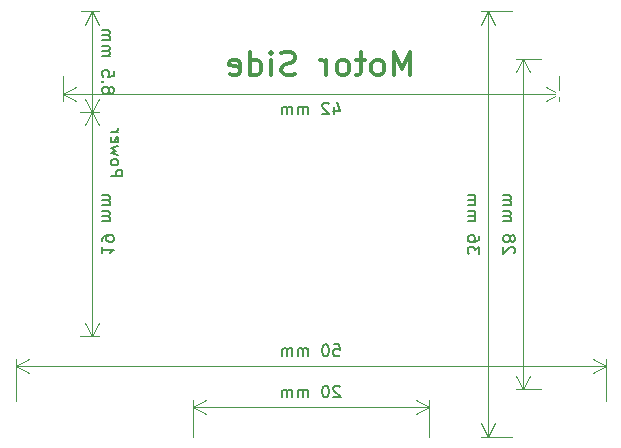
<source format=gbo>
G04 #@! TF.GenerationSoftware,KiCad,Pcbnew,(5.1.9)-1*
G04 #@! TF.CreationDate,2021-08-06T09:53:28+02:00*
G04 #@! TF.ProjectId,Driver,44726976-6572-42e6-9b69-6361645f7063,rev?*
G04 #@! TF.SameCoordinates,Original*
G04 #@! TF.FileFunction,Legend,Bot*
G04 #@! TF.FilePolarity,Positive*
%FSLAX46Y46*%
G04 Gerber Fmt 4.6, Leading zero omitted, Abs format (unit mm)*
G04 Created by KiCad (PCBNEW (5.1.9)-1) date 2021-08-06 09:53:28*
%MOMM*%
%LPD*%
G01*
G04 APERTURE LIST*
%ADD10C,0.150000*%
%ADD11C,0.120000*%
%ADD12C,0.300000*%
%ADD13C,0.600000*%
G04 APERTURE END LIST*
D10*
X155895524Y-96037400D02*
X155895524Y-95418352D01*
X155514571Y-95751686D01*
X155514571Y-95608829D01*
X155466952Y-95513591D01*
X155419333Y-95465971D01*
X155324095Y-95418352D01*
X155086000Y-95418352D01*
X154990762Y-95465971D01*
X154943143Y-95513591D01*
X154895524Y-95608829D01*
X154895524Y-95894543D01*
X154943143Y-95989781D01*
X154990762Y-96037400D01*
X155895524Y-94561210D02*
X155895524Y-94751686D01*
X155847905Y-94846924D01*
X155800285Y-94894543D01*
X155657428Y-94989781D01*
X155466952Y-95037400D01*
X155086000Y-95037400D01*
X154990762Y-94989781D01*
X154943143Y-94942162D01*
X154895524Y-94846924D01*
X154895524Y-94656448D01*
X154943143Y-94561210D01*
X154990762Y-94513591D01*
X155086000Y-94465971D01*
X155324095Y-94465971D01*
X155419333Y-94513591D01*
X155466952Y-94561210D01*
X155514571Y-94656448D01*
X155514571Y-94846924D01*
X155466952Y-94942162D01*
X155419333Y-94989781D01*
X155324095Y-95037400D01*
X154895524Y-93275495D02*
X155562190Y-93275495D01*
X155466952Y-93275495D02*
X155514571Y-93227876D01*
X155562190Y-93132638D01*
X155562190Y-92989781D01*
X155514571Y-92894543D01*
X155419333Y-92846924D01*
X154895524Y-92846924D01*
X155419333Y-92846924D02*
X155514571Y-92799305D01*
X155562190Y-92704067D01*
X155562190Y-92561210D01*
X155514571Y-92465971D01*
X155419333Y-92418352D01*
X154895524Y-92418352D01*
X154895524Y-91942162D02*
X155562190Y-91942162D01*
X155466952Y-91942162D02*
X155514571Y-91894543D01*
X155562190Y-91799305D01*
X155562190Y-91656448D01*
X155514571Y-91561210D01*
X155419333Y-91513591D01*
X154895524Y-91513591D01*
X155419333Y-91513591D02*
X155514571Y-91465971D01*
X155562190Y-91370733D01*
X155562190Y-91227876D01*
X155514571Y-91132638D01*
X155419333Y-91085019D01*
X154895524Y-91085019D01*
D11*
X156617905Y-75513591D02*
X156617905Y-111513591D01*
X158617904Y-75513591D02*
X156031484Y-75513591D01*
X158617904Y-111513591D02*
X156031484Y-111513591D01*
X156617905Y-111513591D02*
X156031484Y-110387087D01*
X156617905Y-111513591D02*
X157204326Y-110387087D01*
X156617905Y-75513591D02*
X156031484Y-76640095D01*
X156617905Y-75513591D02*
X157204326Y-76640095D01*
D10*
X143617904Y-83569305D02*
X143617904Y-84235971D01*
X143855999Y-83188352D02*
X144094094Y-83902638D01*
X143475046Y-83902638D01*
X143141713Y-83331210D02*
X143094094Y-83283591D01*
X142998856Y-83235971D01*
X142760761Y-83235971D01*
X142665523Y-83283591D01*
X142617904Y-83331210D01*
X142570284Y-83426448D01*
X142570284Y-83521686D01*
X142617904Y-83664543D01*
X143189332Y-84235971D01*
X142570284Y-84235971D01*
X141379808Y-84235971D02*
X141379808Y-83569305D01*
X141379808Y-83664543D02*
X141332189Y-83616924D01*
X141236951Y-83569305D01*
X141094094Y-83569305D01*
X140998856Y-83616924D01*
X140951237Y-83712162D01*
X140951237Y-84235971D01*
X140951237Y-83712162D02*
X140903618Y-83616924D01*
X140808380Y-83569305D01*
X140665523Y-83569305D01*
X140570284Y-83616924D01*
X140522665Y-83712162D01*
X140522665Y-84235971D01*
X140046475Y-84235971D02*
X140046475Y-83569305D01*
X140046475Y-83664543D02*
X139998856Y-83616924D01*
X139903618Y-83569305D01*
X139760761Y-83569305D01*
X139665523Y-83616924D01*
X139617904Y-83712162D01*
X139617904Y-84235971D01*
X139617904Y-83712162D02*
X139570284Y-83616924D01*
X139475046Y-83569305D01*
X139332189Y-83569305D01*
X139236951Y-83616924D01*
X139189332Y-83712162D01*
X139189332Y-84235971D01*
D11*
X120617904Y-82513591D02*
X162617904Y-82513591D01*
X120617904Y-81013590D02*
X120617904Y-83100012D01*
X162617904Y-81013590D02*
X162617904Y-83100012D01*
X162617904Y-82513591D02*
X161491400Y-83100012D01*
X162617904Y-82513591D02*
X161491400Y-81927170D01*
X120617904Y-82513591D02*
X121744408Y-83100012D01*
X120617904Y-82513591D02*
X121744408Y-81927170D01*
D10*
X143570284Y-103695971D02*
X144046475Y-103695971D01*
X144094094Y-104172162D01*
X144046475Y-104124543D01*
X143951237Y-104076924D01*
X143713142Y-104076924D01*
X143617904Y-104124543D01*
X143570284Y-104172162D01*
X143522665Y-104267400D01*
X143522665Y-104505495D01*
X143570284Y-104600733D01*
X143617904Y-104648352D01*
X143713142Y-104695971D01*
X143951237Y-104695971D01*
X144046475Y-104648352D01*
X144094094Y-104600733D01*
X142903618Y-103695971D02*
X142808380Y-103695971D01*
X142713142Y-103743591D01*
X142665523Y-103791210D01*
X142617904Y-103886448D01*
X142570284Y-104076924D01*
X142570284Y-104315019D01*
X142617904Y-104505495D01*
X142665523Y-104600733D01*
X142713142Y-104648352D01*
X142808380Y-104695971D01*
X142903618Y-104695971D01*
X142998856Y-104648352D01*
X143046475Y-104600733D01*
X143094094Y-104505495D01*
X143141713Y-104315019D01*
X143141713Y-104076924D01*
X143094094Y-103886448D01*
X143046475Y-103791210D01*
X142998856Y-103743591D01*
X142903618Y-103695971D01*
X141379808Y-104695971D02*
X141379808Y-104029305D01*
X141379808Y-104124543D02*
X141332189Y-104076924D01*
X141236951Y-104029305D01*
X141094094Y-104029305D01*
X140998856Y-104076924D01*
X140951237Y-104172162D01*
X140951237Y-104695971D01*
X140951237Y-104172162D02*
X140903618Y-104076924D01*
X140808380Y-104029305D01*
X140665523Y-104029305D01*
X140570284Y-104076924D01*
X140522665Y-104172162D01*
X140522665Y-104695971D01*
X140046475Y-104695971D02*
X140046475Y-104029305D01*
X140046475Y-104124543D02*
X139998856Y-104076924D01*
X139903618Y-104029305D01*
X139760761Y-104029305D01*
X139665523Y-104076924D01*
X139617904Y-104172162D01*
X139617904Y-104695971D01*
X139617904Y-104172162D02*
X139570284Y-104076924D01*
X139475046Y-104029305D01*
X139332189Y-104029305D01*
X139236951Y-104076924D01*
X139189332Y-104172162D01*
X139189332Y-104695971D01*
D11*
X116617904Y-105513591D02*
X166617904Y-105513591D01*
X116617904Y-108513591D02*
X116617904Y-104927170D01*
X166617904Y-108513591D02*
X166617904Y-104927170D01*
X166617904Y-105513591D02*
X165491400Y-106100012D01*
X166617904Y-105513591D02*
X165491400Y-104927170D01*
X116617904Y-105513591D02*
X117744408Y-106100012D01*
X116617904Y-105513591D02*
X117744408Y-104927170D01*
D10*
X144094094Y-107291210D02*
X144046475Y-107243591D01*
X143951237Y-107195971D01*
X143713142Y-107195971D01*
X143617904Y-107243591D01*
X143570284Y-107291210D01*
X143522665Y-107386448D01*
X143522665Y-107481686D01*
X143570284Y-107624543D01*
X144141713Y-108195971D01*
X143522665Y-108195971D01*
X142903618Y-107195971D02*
X142808380Y-107195971D01*
X142713142Y-107243591D01*
X142665523Y-107291210D01*
X142617904Y-107386448D01*
X142570284Y-107576924D01*
X142570284Y-107815019D01*
X142617904Y-108005495D01*
X142665523Y-108100733D01*
X142713142Y-108148352D01*
X142808380Y-108195971D01*
X142903618Y-108195971D01*
X142998856Y-108148352D01*
X143046475Y-108100733D01*
X143094094Y-108005495D01*
X143141713Y-107815019D01*
X143141713Y-107576924D01*
X143094094Y-107386448D01*
X143046475Y-107291210D01*
X142998856Y-107243591D01*
X142903618Y-107195971D01*
X141379808Y-108195971D02*
X141379808Y-107529305D01*
X141379808Y-107624543D02*
X141332189Y-107576924D01*
X141236951Y-107529305D01*
X141094094Y-107529305D01*
X140998856Y-107576924D01*
X140951237Y-107672162D01*
X140951237Y-108195971D01*
X140951237Y-107672162D02*
X140903618Y-107576924D01*
X140808380Y-107529305D01*
X140665523Y-107529305D01*
X140570284Y-107576924D01*
X140522665Y-107672162D01*
X140522665Y-108195971D01*
X140046475Y-108195971D02*
X140046475Y-107529305D01*
X140046475Y-107624543D02*
X139998856Y-107576924D01*
X139903618Y-107529305D01*
X139760761Y-107529305D01*
X139665523Y-107576924D01*
X139617904Y-107672162D01*
X139617904Y-108195971D01*
X139617904Y-107672162D02*
X139570284Y-107576924D01*
X139475046Y-107529305D01*
X139332189Y-107529305D01*
X139236951Y-107576924D01*
X139189332Y-107672162D01*
X139189332Y-108195971D01*
D11*
X131617904Y-109013591D02*
X151617904Y-109013591D01*
X131617904Y-111513591D02*
X131617904Y-108427170D01*
X151617904Y-111513591D02*
X151617904Y-108427170D01*
X151617904Y-109013591D02*
X150491400Y-109600012D01*
X151617904Y-109013591D02*
X150491400Y-108427170D01*
X131617904Y-109013591D02*
X132744408Y-109600012D01*
X131617904Y-109013591D02*
X132744408Y-108427170D01*
D10*
X124665523Y-89489781D02*
X125665523Y-89489781D01*
X125665523Y-89108829D01*
X125617904Y-89013591D01*
X125570284Y-88965971D01*
X125475046Y-88918352D01*
X125332189Y-88918352D01*
X125236951Y-88965971D01*
X125189332Y-89013591D01*
X125141713Y-89108829D01*
X125141713Y-89489781D01*
X124665523Y-88346924D02*
X124713142Y-88442162D01*
X124760761Y-88489781D01*
X124855999Y-88537400D01*
X125141713Y-88537400D01*
X125236951Y-88489781D01*
X125284570Y-88442162D01*
X125332189Y-88346924D01*
X125332189Y-88204067D01*
X125284570Y-88108829D01*
X125236951Y-88061210D01*
X125141713Y-88013591D01*
X124855999Y-88013591D01*
X124760761Y-88061210D01*
X124713142Y-88108829D01*
X124665523Y-88204067D01*
X124665523Y-88346924D01*
X125332189Y-87680257D02*
X124665523Y-87489781D01*
X125141713Y-87299305D01*
X124665523Y-87108829D01*
X125332189Y-86918352D01*
X124713142Y-86156448D02*
X124665523Y-86251686D01*
X124665523Y-86442162D01*
X124713142Y-86537400D01*
X124808380Y-86585019D01*
X125189332Y-86585019D01*
X125284570Y-86537400D01*
X125332189Y-86442162D01*
X125332189Y-86251686D01*
X125284570Y-86156448D01*
X125189332Y-86108829D01*
X125094094Y-86108829D01*
X124998856Y-86585019D01*
X124665523Y-85680257D02*
X125332189Y-85680257D01*
X125141713Y-85680257D02*
X125236951Y-85632638D01*
X125284570Y-85585019D01*
X125332189Y-85489781D01*
X125332189Y-85394543D01*
X124506951Y-82287400D02*
X124554570Y-82382638D01*
X124602189Y-82430257D01*
X124697427Y-82477876D01*
X124745046Y-82477876D01*
X124840284Y-82430257D01*
X124887904Y-82382638D01*
X124935523Y-82287400D01*
X124935523Y-82096924D01*
X124887904Y-82001686D01*
X124840284Y-81954067D01*
X124745046Y-81906448D01*
X124697427Y-81906448D01*
X124602189Y-81954067D01*
X124554570Y-82001686D01*
X124506951Y-82096924D01*
X124506951Y-82287400D01*
X124459332Y-82382638D01*
X124411713Y-82430257D01*
X124316475Y-82477876D01*
X124125999Y-82477876D01*
X124030761Y-82430257D01*
X123983142Y-82382638D01*
X123935523Y-82287400D01*
X123935523Y-82096924D01*
X123983142Y-82001686D01*
X124030761Y-81954067D01*
X124125999Y-81906448D01*
X124316475Y-81906448D01*
X124411713Y-81954067D01*
X124459332Y-82001686D01*
X124506951Y-82096924D01*
X124030761Y-81477876D02*
X123983142Y-81430257D01*
X123935523Y-81477876D01*
X123983142Y-81525495D01*
X124030761Y-81477876D01*
X123935523Y-81477876D01*
X124935523Y-80525495D02*
X124935523Y-81001686D01*
X124459332Y-81049305D01*
X124506951Y-81001686D01*
X124554570Y-80906448D01*
X124554570Y-80668352D01*
X124506951Y-80573114D01*
X124459332Y-80525495D01*
X124364094Y-80477876D01*
X124125999Y-80477876D01*
X124030761Y-80525495D01*
X123983142Y-80573114D01*
X123935523Y-80668352D01*
X123935523Y-80906448D01*
X123983142Y-81001686D01*
X124030761Y-81049305D01*
X123935523Y-79287400D02*
X124602189Y-79287400D01*
X124506951Y-79287400D02*
X124554570Y-79239781D01*
X124602189Y-79144543D01*
X124602189Y-79001686D01*
X124554570Y-78906448D01*
X124459332Y-78858829D01*
X123935523Y-78858829D01*
X124459332Y-78858829D02*
X124554570Y-78811210D01*
X124602189Y-78715971D01*
X124602189Y-78573114D01*
X124554570Y-78477876D01*
X124459332Y-78430257D01*
X123935523Y-78430257D01*
X123935523Y-77954067D02*
X124602189Y-77954067D01*
X124506951Y-77954067D02*
X124554570Y-77906448D01*
X124602189Y-77811210D01*
X124602189Y-77668352D01*
X124554570Y-77573114D01*
X124459332Y-77525495D01*
X123935523Y-77525495D01*
X124459332Y-77525495D02*
X124554570Y-77477876D01*
X124602189Y-77382638D01*
X124602189Y-77239781D01*
X124554570Y-77144543D01*
X124459332Y-77096924D01*
X123935523Y-77096924D01*
D11*
X123117904Y-75513591D02*
X123117904Y-84013591D01*
X122157904Y-75513591D02*
X123704325Y-75513591D01*
X122157904Y-84013591D02*
X123704325Y-84013591D01*
X123117904Y-84013591D02*
X122531483Y-82887087D01*
X123117904Y-84013591D02*
X123704325Y-82887087D01*
X123117904Y-75513591D02*
X122531483Y-76640095D01*
X123117904Y-75513591D02*
X123704325Y-76640095D01*
D10*
X158800285Y-95989781D02*
X158847905Y-95942162D01*
X158895524Y-95846924D01*
X158895524Y-95608829D01*
X158847905Y-95513591D01*
X158800285Y-95465971D01*
X158705047Y-95418352D01*
X158609809Y-95418352D01*
X158466952Y-95465971D01*
X157895524Y-96037400D01*
X157895524Y-95418352D01*
X158466952Y-94846924D02*
X158514571Y-94942162D01*
X158562190Y-94989781D01*
X158657428Y-95037400D01*
X158705047Y-95037400D01*
X158800285Y-94989781D01*
X158847905Y-94942162D01*
X158895524Y-94846924D01*
X158895524Y-94656448D01*
X158847905Y-94561210D01*
X158800285Y-94513591D01*
X158705047Y-94465971D01*
X158657428Y-94465971D01*
X158562190Y-94513591D01*
X158514571Y-94561210D01*
X158466952Y-94656448D01*
X158466952Y-94846924D01*
X158419333Y-94942162D01*
X158371714Y-94989781D01*
X158276476Y-95037400D01*
X158086000Y-95037400D01*
X157990762Y-94989781D01*
X157943143Y-94942162D01*
X157895524Y-94846924D01*
X157895524Y-94656448D01*
X157943143Y-94561210D01*
X157990762Y-94513591D01*
X158086000Y-94465971D01*
X158276476Y-94465971D01*
X158371714Y-94513591D01*
X158419333Y-94561210D01*
X158466952Y-94656448D01*
X157895524Y-93275495D02*
X158562190Y-93275495D01*
X158466952Y-93275495D02*
X158514571Y-93227876D01*
X158562190Y-93132638D01*
X158562190Y-92989781D01*
X158514571Y-92894543D01*
X158419333Y-92846924D01*
X157895524Y-92846924D01*
X158419333Y-92846924D02*
X158514571Y-92799305D01*
X158562190Y-92704067D01*
X158562190Y-92561210D01*
X158514571Y-92465971D01*
X158419333Y-92418352D01*
X157895524Y-92418352D01*
X157895524Y-91942162D02*
X158562190Y-91942162D01*
X158466952Y-91942162D02*
X158514571Y-91894543D01*
X158562190Y-91799305D01*
X158562190Y-91656448D01*
X158514571Y-91561210D01*
X158419333Y-91513591D01*
X157895524Y-91513591D01*
X158419333Y-91513591D02*
X158514571Y-91465971D01*
X158562190Y-91370733D01*
X158562190Y-91227876D01*
X158514571Y-91132638D01*
X158419333Y-91085019D01*
X157895524Y-91085019D01*
D11*
X159617905Y-79513591D02*
X159617905Y-107513591D01*
X161117905Y-79513591D02*
X159031484Y-79513591D01*
X161117905Y-107513591D02*
X159031484Y-107513591D01*
X159617905Y-107513591D02*
X159031484Y-106387087D01*
X159617905Y-107513591D02*
X160204326Y-106387087D01*
X159617905Y-79513591D02*
X159031484Y-80640095D01*
X159617905Y-79513591D02*
X160204326Y-80640095D01*
D10*
X123935523Y-95418352D02*
X123935523Y-95989781D01*
X123935523Y-95704067D02*
X124935523Y-95704067D01*
X124792665Y-95799305D01*
X124697427Y-95894543D01*
X124649808Y-95989781D01*
X123935523Y-94942162D02*
X123935523Y-94751686D01*
X123983142Y-94656448D01*
X124030761Y-94608829D01*
X124173618Y-94513591D01*
X124364094Y-94465971D01*
X124745046Y-94465971D01*
X124840284Y-94513591D01*
X124887904Y-94561210D01*
X124935523Y-94656448D01*
X124935523Y-94846924D01*
X124887904Y-94942162D01*
X124840284Y-94989781D01*
X124745046Y-95037400D01*
X124506951Y-95037400D01*
X124411713Y-94989781D01*
X124364094Y-94942162D01*
X124316475Y-94846924D01*
X124316475Y-94656448D01*
X124364094Y-94561210D01*
X124411713Y-94513591D01*
X124506951Y-94465971D01*
X123935523Y-93275495D02*
X124602189Y-93275495D01*
X124506951Y-93275495D02*
X124554570Y-93227876D01*
X124602189Y-93132638D01*
X124602189Y-92989781D01*
X124554570Y-92894543D01*
X124459332Y-92846924D01*
X123935523Y-92846924D01*
X124459332Y-92846924D02*
X124554570Y-92799305D01*
X124602189Y-92704067D01*
X124602189Y-92561210D01*
X124554570Y-92465971D01*
X124459332Y-92418352D01*
X123935523Y-92418352D01*
X123935523Y-91942162D02*
X124602189Y-91942162D01*
X124506951Y-91942162D02*
X124554570Y-91894543D01*
X124602189Y-91799305D01*
X124602189Y-91656448D01*
X124554570Y-91561210D01*
X124459332Y-91513591D01*
X123935523Y-91513591D01*
X124459332Y-91513591D02*
X124554570Y-91465971D01*
X124602189Y-91370733D01*
X124602189Y-91227876D01*
X124554570Y-91132638D01*
X124459332Y-91085019D01*
X123935523Y-91085019D01*
D11*
X123117904Y-84013591D02*
X123117904Y-103013591D01*
X122117904Y-84013591D02*
X123704325Y-84013591D01*
X122117904Y-103013591D02*
X123704325Y-103013591D01*
X123117904Y-103013591D02*
X122531483Y-101887087D01*
X123117904Y-103013591D02*
X123704325Y-101887087D01*
X123117904Y-84013591D02*
X122531483Y-85140095D01*
X123117904Y-84013591D02*
X123704325Y-85140095D01*
D12*
X149986951Y-80918352D02*
X149986951Y-78918352D01*
X149320284Y-80346924D01*
X148653618Y-78918352D01*
X148653618Y-80918352D01*
X147415523Y-80918352D02*
X147605999Y-80823114D01*
X147701237Y-80727876D01*
X147796475Y-80537400D01*
X147796475Y-79965971D01*
X147701237Y-79775495D01*
X147605999Y-79680257D01*
X147415523Y-79585019D01*
X147129808Y-79585019D01*
X146939332Y-79680257D01*
X146844094Y-79775495D01*
X146748856Y-79965971D01*
X146748856Y-80537400D01*
X146844094Y-80727876D01*
X146939332Y-80823114D01*
X147129808Y-80918352D01*
X147415523Y-80918352D01*
X146177427Y-79585019D02*
X145415523Y-79585019D01*
X145891713Y-78918352D02*
X145891713Y-80632638D01*
X145796475Y-80823114D01*
X145605999Y-80918352D01*
X145415523Y-80918352D01*
X144463142Y-80918352D02*
X144653618Y-80823114D01*
X144748856Y-80727876D01*
X144844094Y-80537400D01*
X144844094Y-79965971D01*
X144748856Y-79775495D01*
X144653618Y-79680257D01*
X144463142Y-79585019D01*
X144177427Y-79585019D01*
X143986951Y-79680257D01*
X143891713Y-79775495D01*
X143796475Y-79965971D01*
X143796475Y-80537400D01*
X143891713Y-80727876D01*
X143986951Y-80823114D01*
X144177427Y-80918352D01*
X144463142Y-80918352D01*
X142939332Y-80918352D02*
X142939332Y-79585019D01*
X142939332Y-79965971D02*
X142844094Y-79775495D01*
X142748856Y-79680257D01*
X142558380Y-79585019D01*
X142367904Y-79585019D01*
X140272665Y-80823114D02*
X139986951Y-80918352D01*
X139510761Y-80918352D01*
X139320284Y-80823114D01*
X139225046Y-80727876D01*
X139129808Y-80537400D01*
X139129808Y-80346924D01*
X139225046Y-80156448D01*
X139320284Y-80061210D01*
X139510761Y-79965971D01*
X139891713Y-79870733D01*
X140082189Y-79775495D01*
X140177427Y-79680257D01*
X140272665Y-79489781D01*
X140272665Y-79299305D01*
X140177427Y-79108829D01*
X140082189Y-79013591D01*
X139891713Y-78918352D01*
X139415523Y-78918352D01*
X139129808Y-79013591D01*
X138272665Y-80918352D02*
X138272665Y-79585019D01*
X138272665Y-78918352D02*
X138367904Y-79013591D01*
X138272665Y-79108829D01*
X138177427Y-79013591D01*
X138272665Y-78918352D01*
X138272665Y-79108829D01*
X136463142Y-80918352D02*
X136463142Y-78918352D01*
X136463142Y-80823114D02*
X136653618Y-80918352D01*
X137034570Y-80918352D01*
X137225046Y-80823114D01*
X137320284Y-80727876D01*
X137415523Y-80537400D01*
X137415523Y-79965971D01*
X137320284Y-79775495D01*
X137225046Y-79680257D01*
X137034570Y-79585019D01*
X136653618Y-79585019D01*
X136463142Y-79680257D01*
X134748856Y-80823114D02*
X134939332Y-80918352D01*
X135320284Y-80918352D01*
X135510761Y-80823114D01*
X135605999Y-80632638D01*
X135605999Y-79870733D01*
X135510761Y-79680257D01*
X135320284Y-79585019D01*
X134939332Y-79585019D01*
X134748856Y-79680257D01*
X134653618Y-79870733D01*
X134653618Y-80061210D01*
X135605999Y-80251686D01*
%LPC*%
D13*
X162617904Y-82513591D03*
M02*

</source>
